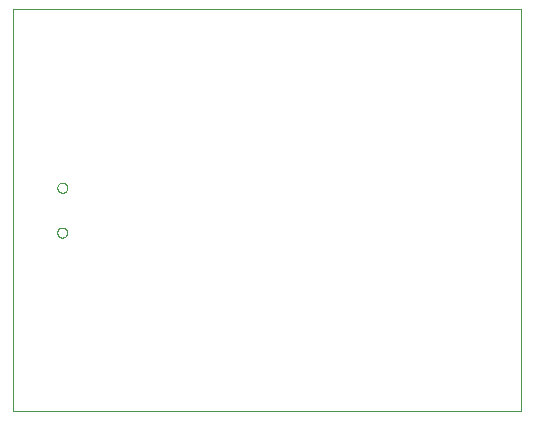
<source format=gbp>
G75*
%MOIN*%
%OFA0B0*%
%FSLAX25Y25*%
%IPPOS*%
%LPD*%
%AMOC8*
5,1,8,0,0,1.08239X$1,22.5*
%
%ADD10C,0.00000*%
D10*
X0001841Y0001300D02*
X0001841Y0135158D01*
X0171132Y0135158D01*
X0171132Y0001300D01*
X0001841Y0001300D01*
X0016703Y0060749D02*
X0016705Y0060830D01*
X0016711Y0060912D01*
X0016721Y0060993D01*
X0016735Y0061073D01*
X0016752Y0061152D01*
X0016774Y0061231D01*
X0016799Y0061308D01*
X0016828Y0061385D01*
X0016861Y0061459D01*
X0016898Y0061532D01*
X0016937Y0061603D01*
X0016981Y0061672D01*
X0017027Y0061739D01*
X0017077Y0061803D01*
X0017130Y0061865D01*
X0017186Y0061925D01*
X0017244Y0061981D01*
X0017306Y0062035D01*
X0017370Y0062086D01*
X0017436Y0062133D01*
X0017504Y0062177D01*
X0017575Y0062218D01*
X0017647Y0062255D01*
X0017722Y0062289D01*
X0017797Y0062319D01*
X0017875Y0062345D01*
X0017953Y0062368D01*
X0018032Y0062386D01*
X0018112Y0062401D01*
X0018193Y0062412D01*
X0018274Y0062419D01*
X0018356Y0062422D01*
X0018437Y0062421D01*
X0018518Y0062416D01*
X0018599Y0062407D01*
X0018680Y0062394D01*
X0018760Y0062377D01*
X0018838Y0062357D01*
X0018916Y0062332D01*
X0018993Y0062304D01*
X0019068Y0062272D01*
X0019141Y0062237D01*
X0019212Y0062198D01*
X0019282Y0062155D01*
X0019349Y0062110D01*
X0019415Y0062061D01*
X0019477Y0062009D01*
X0019537Y0061953D01*
X0019594Y0061895D01*
X0019649Y0061835D01*
X0019700Y0061771D01*
X0019748Y0061706D01*
X0019793Y0061638D01*
X0019835Y0061568D01*
X0019873Y0061496D01*
X0019908Y0061422D01*
X0019939Y0061347D01*
X0019966Y0061270D01*
X0019989Y0061192D01*
X0020009Y0061113D01*
X0020025Y0061033D01*
X0020037Y0060952D01*
X0020045Y0060871D01*
X0020049Y0060790D01*
X0020049Y0060708D01*
X0020045Y0060627D01*
X0020037Y0060546D01*
X0020025Y0060465D01*
X0020009Y0060385D01*
X0019989Y0060306D01*
X0019966Y0060228D01*
X0019939Y0060151D01*
X0019908Y0060076D01*
X0019873Y0060002D01*
X0019835Y0059930D01*
X0019793Y0059860D01*
X0019748Y0059792D01*
X0019700Y0059727D01*
X0019649Y0059663D01*
X0019594Y0059603D01*
X0019537Y0059545D01*
X0019477Y0059489D01*
X0019415Y0059437D01*
X0019349Y0059388D01*
X0019282Y0059343D01*
X0019213Y0059300D01*
X0019141Y0059261D01*
X0019068Y0059226D01*
X0018993Y0059194D01*
X0018916Y0059166D01*
X0018838Y0059141D01*
X0018760Y0059121D01*
X0018680Y0059104D01*
X0018599Y0059091D01*
X0018518Y0059082D01*
X0018437Y0059077D01*
X0018356Y0059076D01*
X0018274Y0059079D01*
X0018193Y0059086D01*
X0018112Y0059097D01*
X0018032Y0059112D01*
X0017953Y0059130D01*
X0017875Y0059153D01*
X0017797Y0059179D01*
X0017722Y0059209D01*
X0017647Y0059243D01*
X0017575Y0059280D01*
X0017504Y0059321D01*
X0017436Y0059365D01*
X0017370Y0059412D01*
X0017306Y0059463D01*
X0017244Y0059517D01*
X0017186Y0059573D01*
X0017130Y0059633D01*
X0017077Y0059695D01*
X0017027Y0059759D01*
X0016981Y0059826D01*
X0016937Y0059895D01*
X0016898Y0059966D01*
X0016861Y0060039D01*
X0016828Y0060113D01*
X0016799Y0060190D01*
X0016774Y0060267D01*
X0016752Y0060346D01*
X0016735Y0060425D01*
X0016721Y0060505D01*
X0016711Y0060586D01*
X0016705Y0060668D01*
X0016703Y0060749D01*
X0016703Y0075709D02*
X0016705Y0075790D01*
X0016711Y0075872D01*
X0016721Y0075953D01*
X0016735Y0076033D01*
X0016752Y0076112D01*
X0016774Y0076191D01*
X0016799Y0076268D01*
X0016828Y0076345D01*
X0016861Y0076419D01*
X0016898Y0076492D01*
X0016937Y0076563D01*
X0016981Y0076632D01*
X0017027Y0076699D01*
X0017077Y0076763D01*
X0017130Y0076825D01*
X0017186Y0076885D01*
X0017244Y0076941D01*
X0017306Y0076995D01*
X0017370Y0077046D01*
X0017436Y0077093D01*
X0017504Y0077137D01*
X0017575Y0077178D01*
X0017647Y0077215D01*
X0017722Y0077249D01*
X0017797Y0077279D01*
X0017875Y0077305D01*
X0017953Y0077328D01*
X0018032Y0077346D01*
X0018112Y0077361D01*
X0018193Y0077372D01*
X0018274Y0077379D01*
X0018356Y0077382D01*
X0018437Y0077381D01*
X0018518Y0077376D01*
X0018599Y0077367D01*
X0018680Y0077354D01*
X0018760Y0077337D01*
X0018838Y0077317D01*
X0018916Y0077292D01*
X0018993Y0077264D01*
X0019068Y0077232D01*
X0019141Y0077197D01*
X0019212Y0077158D01*
X0019282Y0077115D01*
X0019349Y0077070D01*
X0019415Y0077021D01*
X0019477Y0076969D01*
X0019537Y0076913D01*
X0019594Y0076855D01*
X0019649Y0076795D01*
X0019700Y0076731D01*
X0019748Y0076666D01*
X0019793Y0076598D01*
X0019835Y0076528D01*
X0019873Y0076456D01*
X0019908Y0076382D01*
X0019939Y0076307D01*
X0019966Y0076230D01*
X0019989Y0076152D01*
X0020009Y0076073D01*
X0020025Y0075993D01*
X0020037Y0075912D01*
X0020045Y0075831D01*
X0020049Y0075750D01*
X0020049Y0075668D01*
X0020045Y0075587D01*
X0020037Y0075506D01*
X0020025Y0075425D01*
X0020009Y0075345D01*
X0019989Y0075266D01*
X0019966Y0075188D01*
X0019939Y0075111D01*
X0019908Y0075036D01*
X0019873Y0074962D01*
X0019835Y0074890D01*
X0019793Y0074820D01*
X0019748Y0074752D01*
X0019700Y0074687D01*
X0019649Y0074623D01*
X0019594Y0074563D01*
X0019537Y0074505D01*
X0019477Y0074449D01*
X0019415Y0074397D01*
X0019349Y0074348D01*
X0019282Y0074303D01*
X0019213Y0074260D01*
X0019141Y0074221D01*
X0019068Y0074186D01*
X0018993Y0074154D01*
X0018916Y0074126D01*
X0018838Y0074101D01*
X0018760Y0074081D01*
X0018680Y0074064D01*
X0018599Y0074051D01*
X0018518Y0074042D01*
X0018437Y0074037D01*
X0018356Y0074036D01*
X0018274Y0074039D01*
X0018193Y0074046D01*
X0018112Y0074057D01*
X0018032Y0074072D01*
X0017953Y0074090D01*
X0017875Y0074113D01*
X0017797Y0074139D01*
X0017722Y0074169D01*
X0017647Y0074203D01*
X0017575Y0074240D01*
X0017504Y0074281D01*
X0017436Y0074325D01*
X0017370Y0074372D01*
X0017306Y0074423D01*
X0017244Y0074477D01*
X0017186Y0074533D01*
X0017130Y0074593D01*
X0017077Y0074655D01*
X0017027Y0074719D01*
X0016981Y0074786D01*
X0016937Y0074855D01*
X0016898Y0074926D01*
X0016861Y0074999D01*
X0016828Y0075073D01*
X0016799Y0075150D01*
X0016774Y0075227D01*
X0016752Y0075306D01*
X0016735Y0075385D01*
X0016721Y0075465D01*
X0016711Y0075546D01*
X0016705Y0075628D01*
X0016703Y0075709D01*
M02*

</source>
